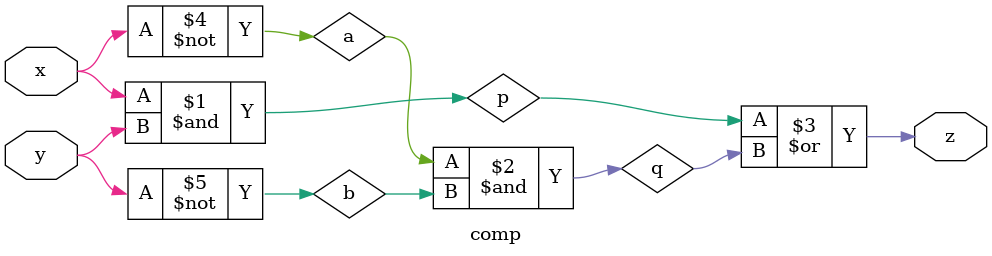
<source format=v>
module comp(
    input x,
    input y,
    output z
);
    wire a, b, c, d;
    not(a, x);
    not(b, y);
    and(p, x, y);
    and(q, a, b);
    or(z, p, q);
endmodule
</source>
